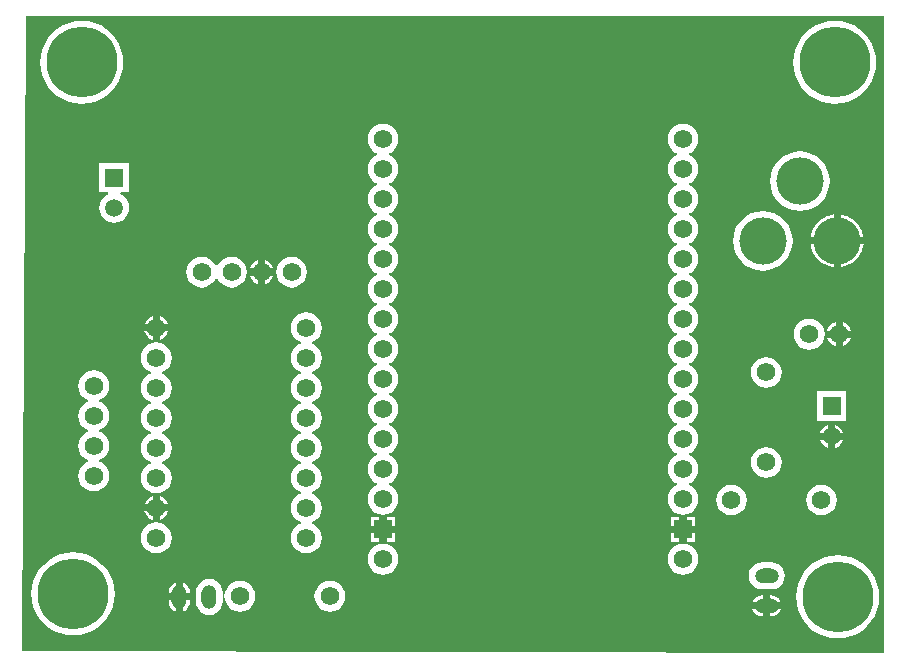
<source format=gtl>
G04 Layer_Physical_Order=1*
G04 Layer_Color=255*
%FSLAX25Y25*%
%MOIN*%
G70*
G01*
G75*
%ADD10C,0.06201*%
%ADD11C,0.06200*%
%ADD12R,0.05906X0.05906*%
%ADD13C,0.05906*%
%ADD14O,0.08000X0.05000*%
%ADD15C,0.23622*%
%ADD16C,0.15748*%
%ADD17R,0.06201X0.06201*%
%ADD18O,0.05000X0.08000*%
G36*
X288976Y461158D02*
X288976Y249187D01*
X288622Y248834D01*
X1982Y249623D01*
X1630Y249978D01*
X3199Y461024D01*
X288189Y461024D01*
X288514Y461349D01*
X288976Y461158D01*
D02*
G37*
%LPC*%
G36*
X120926Y294218D02*
X118026D01*
Y291318D01*
X120926D01*
Y294218D01*
D02*
G37*
G36*
X226226Y288918D02*
X223326D01*
Y286018D01*
X226226D01*
Y288918D01*
D02*
G37*
G36*
X220926Y294218D02*
X218026D01*
Y291318D01*
X220926D01*
Y294218D01*
D02*
G37*
G36*
X126226D02*
X123326D01*
Y291318D01*
X126226D01*
Y294218D01*
D02*
G37*
G36*
X120926Y288918D02*
X118026D01*
Y286018D01*
X120926D01*
Y288918D01*
D02*
G37*
G36*
X96535Y362388D02*
X95204Y362213D01*
X93963Y361699D01*
X92898Y360882D01*
X92080Y359816D01*
X91566Y358576D01*
X91391Y357244D01*
X91566Y355913D01*
X92080Y354672D01*
X92898Y353606D01*
X93963Y352789D01*
X94625Y352515D01*
Y351974D01*
X93963Y351699D01*
X92898Y350882D01*
X92080Y349816D01*
X91566Y348576D01*
X91391Y347244D01*
X91566Y345913D01*
X92080Y344672D01*
X92898Y343606D01*
X93963Y342789D01*
X94625Y342515D01*
Y341973D01*
X93963Y341699D01*
X92898Y340882D01*
X92080Y339816D01*
X91566Y338576D01*
X91391Y337244D01*
X91566Y335913D01*
X92080Y334672D01*
X92898Y333606D01*
X93963Y332789D01*
X94625Y332515D01*
Y331974D01*
X93963Y331699D01*
X92898Y330882D01*
X92080Y329816D01*
X91566Y328576D01*
X91391Y327244D01*
X91566Y325913D01*
X92080Y324672D01*
X92898Y323606D01*
X93963Y322789D01*
X94625Y322515D01*
Y321973D01*
X93963Y321699D01*
X92898Y320882D01*
X92080Y319816D01*
X91566Y318576D01*
X91391Y317244D01*
X91566Y315913D01*
X92080Y314672D01*
X92898Y313606D01*
X93963Y312789D01*
X94625Y312515D01*
Y311974D01*
X93963Y311699D01*
X92898Y310882D01*
X92080Y309816D01*
X91566Y308576D01*
X91391Y307244D01*
X91566Y305913D01*
X92080Y304672D01*
X92898Y303606D01*
X93963Y302789D01*
X94625Y302515D01*
Y301974D01*
X93963Y301699D01*
X92898Y300882D01*
X92080Y299816D01*
X91566Y298576D01*
X91391Y297244D01*
X91566Y295913D01*
X92080Y294672D01*
X92898Y293606D01*
X93963Y292789D01*
X94625Y292515D01*
Y291973D01*
X93963Y291699D01*
X92898Y290882D01*
X92080Y289816D01*
X91566Y288576D01*
X91391Y287244D01*
X91566Y285913D01*
X92080Y284672D01*
X92898Y283606D01*
X93963Y282789D01*
X95204Y282275D01*
X96535Y282100D01*
X97867Y282275D01*
X99108Y282789D01*
X100173Y283606D01*
X100991Y284672D01*
X101505Y285913D01*
X101680Y287244D01*
X101505Y288576D01*
X100991Y289816D01*
X100173Y290882D01*
X99108Y291699D01*
X98446Y291973D01*
Y292515D01*
X99108Y292789D01*
X100173Y293606D01*
X100991Y294672D01*
X101505Y295913D01*
X101680Y297244D01*
X101505Y298576D01*
X100991Y299816D01*
X100173Y300882D01*
X99108Y301699D01*
X98446Y301974D01*
Y302515D01*
X99108Y302789D01*
X100173Y303606D01*
X100991Y304672D01*
X101505Y305913D01*
X101680Y307244D01*
X101505Y308576D01*
X100991Y309816D01*
X100173Y310882D01*
X99108Y311699D01*
X98446Y311974D01*
Y312515D01*
X99108Y312789D01*
X100173Y313606D01*
X100991Y314672D01*
X101505Y315913D01*
X101680Y317244D01*
X101505Y318576D01*
X100991Y319816D01*
X100173Y320882D01*
X99108Y321699D01*
X98446Y321973D01*
Y322515D01*
X99108Y322789D01*
X100173Y323606D01*
X100991Y324672D01*
X101505Y325913D01*
X101680Y327244D01*
X101505Y328576D01*
X100991Y329816D01*
X100173Y330882D01*
X99108Y331699D01*
X98446Y331974D01*
Y332515D01*
X99108Y332789D01*
X100173Y333606D01*
X100991Y334672D01*
X101505Y335913D01*
X101680Y337244D01*
X101505Y338576D01*
X100991Y339816D01*
X100173Y340882D01*
X99108Y341699D01*
X98446Y341973D01*
Y342515D01*
X99108Y342789D01*
X100173Y343606D01*
X100991Y344672D01*
X101505Y345913D01*
X101680Y347244D01*
X101505Y348576D01*
X100991Y349816D01*
X100173Y350882D01*
X99108Y351699D01*
X98446Y351974D01*
Y352515D01*
X99108Y352789D01*
X100173Y353606D01*
X100991Y354672D01*
X101505Y355913D01*
X101680Y357244D01*
X101505Y358576D01*
X100991Y359816D01*
X100173Y360882D01*
X99108Y361699D01*
X97867Y362213D01*
X96535Y362388D01*
D02*
G37*
G36*
X220926Y288918D02*
X218026D01*
Y286018D01*
X220926D01*
Y288918D01*
D02*
G37*
G36*
X126226D02*
X123326D01*
Y286018D01*
X126226D01*
Y288918D01*
D02*
G37*
G36*
X122126Y425262D02*
X120794Y425087D01*
X119554Y424573D01*
X118488Y423756D01*
X117671Y422690D01*
X117157Y421450D01*
X116982Y420118D01*
X117157Y418787D01*
X117671Y417546D01*
X118488Y416480D01*
X119554Y415663D01*
X120216Y415389D01*
Y414848D01*
X119554Y414573D01*
X118488Y413756D01*
X117671Y412690D01*
X117157Y411450D01*
X116982Y410118D01*
X117157Y408787D01*
X117671Y407546D01*
X118488Y406481D01*
X119554Y405663D01*
X120216Y405389D01*
Y404847D01*
X119554Y404573D01*
X118488Y403756D01*
X117671Y402690D01*
X117157Y401450D01*
X116982Y400118D01*
X117157Y398787D01*
X117671Y397546D01*
X118488Y396480D01*
X119554Y395663D01*
X120216Y395389D01*
Y394847D01*
X119554Y394573D01*
X118488Y393756D01*
X117671Y392690D01*
X117157Y391450D01*
X116982Y390118D01*
X117157Y388787D01*
X117671Y387546D01*
X118488Y386480D01*
X119554Y385663D01*
X120216Y385389D01*
Y384847D01*
X119554Y384573D01*
X118488Y383756D01*
X117671Y382690D01*
X117157Y381450D01*
X116982Y380118D01*
X117157Y378787D01*
X117671Y377546D01*
X118488Y376481D01*
X119554Y375663D01*
X120216Y375389D01*
Y374848D01*
X119554Y374573D01*
X118488Y373756D01*
X117671Y372690D01*
X117157Y371450D01*
X116982Y370118D01*
X117157Y368787D01*
X117671Y367546D01*
X118488Y366480D01*
X119554Y365663D01*
X120216Y365389D01*
Y364847D01*
X119554Y364573D01*
X118488Y363756D01*
X117671Y362690D01*
X117157Y361450D01*
X116982Y360118D01*
X117157Y358787D01*
X117671Y357546D01*
X118488Y356481D01*
X119554Y355663D01*
X120216Y355389D01*
Y354848D01*
X119554Y354573D01*
X118488Y353756D01*
X117671Y352690D01*
X117157Y351450D01*
X116982Y350118D01*
X117157Y348787D01*
X117671Y347546D01*
X118488Y346480D01*
X119554Y345663D01*
X120216Y345389D01*
Y344847D01*
X119554Y344573D01*
X118488Y343756D01*
X117671Y342690D01*
X117157Y341450D01*
X116982Y340118D01*
X117157Y338787D01*
X117671Y337546D01*
X118488Y336480D01*
X119554Y335663D01*
X120216Y335389D01*
Y334847D01*
X119554Y334573D01*
X118488Y333756D01*
X117671Y332690D01*
X117157Y331450D01*
X116982Y330118D01*
X117157Y328787D01*
X117671Y327546D01*
X118488Y326481D01*
X119554Y325663D01*
X120216Y325389D01*
Y324848D01*
X119554Y324573D01*
X118488Y323756D01*
X117671Y322690D01*
X117157Y321450D01*
X116982Y320118D01*
X117157Y318787D01*
X117671Y317546D01*
X118488Y316480D01*
X119554Y315663D01*
X120216Y315389D01*
Y314847D01*
X119554Y314573D01*
X118488Y313756D01*
X117671Y312690D01*
X117157Y311450D01*
X116982Y310118D01*
X117157Y308787D01*
X117671Y307546D01*
X118488Y306481D01*
X119554Y305663D01*
X120216Y305389D01*
Y304848D01*
X119554Y304573D01*
X118488Y303756D01*
X117671Y302690D01*
X117157Y301450D01*
X116982Y300118D01*
X117157Y298787D01*
X117671Y297546D01*
X118488Y296480D01*
X119554Y295663D01*
X120794Y295149D01*
X122126Y294974D01*
X123457Y295149D01*
X124698Y295663D01*
X125764Y296480D01*
X126581Y297546D01*
X127095Y298787D01*
X127270Y300118D01*
X127095Y301450D01*
X126581Y302690D01*
X125764Y303756D01*
X124698Y304573D01*
X124036Y304848D01*
Y305389D01*
X124698Y305663D01*
X125764Y306481D01*
X126581Y307546D01*
X127095Y308787D01*
X127270Y310118D01*
X127095Y311450D01*
X126581Y312690D01*
X125764Y313756D01*
X124698Y314573D01*
X124036Y314847D01*
Y315389D01*
X124698Y315663D01*
X125764Y316480D01*
X126581Y317546D01*
X127095Y318787D01*
X127270Y320118D01*
X127095Y321450D01*
X126581Y322690D01*
X125764Y323756D01*
X124698Y324573D01*
X124036Y324848D01*
Y325389D01*
X124698Y325663D01*
X125764Y326481D01*
X126581Y327546D01*
X127095Y328787D01*
X127270Y330118D01*
X127095Y331450D01*
X126581Y332690D01*
X125764Y333756D01*
X124698Y334573D01*
X124036Y334847D01*
Y335389D01*
X124698Y335663D01*
X125764Y336480D01*
X126581Y337546D01*
X127095Y338787D01*
X127270Y340118D01*
X127095Y341450D01*
X126581Y342690D01*
X125764Y343756D01*
X124698Y344573D01*
X124036Y344847D01*
Y345389D01*
X124698Y345663D01*
X125764Y346480D01*
X126581Y347546D01*
X127095Y348787D01*
X127270Y350118D01*
X127095Y351450D01*
X126581Y352690D01*
X125764Y353756D01*
X124698Y354573D01*
X124036Y354848D01*
Y355389D01*
X124698Y355663D01*
X125764Y356481D01*
X126581Y357546D01*
X127095Y358787D01*
X127270Y360118D01*
X127095Y361450D01*
X126581Y362690D01*
X125764Y363756D01*
X124698Y364573D01*
X124036Y364847D01*
Y365389D01*
X124698Y365663D01*
X125764Y366480D01*
X126581Y367546D01*
X127095Y368787D01*
X127270Y370118D01*
X127095Y371450D01*
X126581Y372690D01*
X125764Y373756D01*
X124698Y374573D01*
X124036Y374848D01*
Y375389D01*
X124698Y375663D01*
X125764Y376481D01*
X126581Y377546D01*
X127095Y378787D01*
X127270Y380118D01*
X127095Y381450D01*
X126581Y382690D01*
X125764Y383756D01*
X124698Y384573D01*
X124036Y384847D01*
Y385389D01*
X124698Y385663D01*
X125764Y386480D01*
X126581Y387546D01*
X127095Y388787D01*
X127270Y390118D01*
X127095Y391450D01*
X126581Y392690D01*
X125764Y393756D01*
X124698Y394573D01*
X124036Y394847D01*
Y395389D01*
X124698Y395663D01*
X125764Y396480D01*
X126581Y397546D01*
X127095Y398787D01*
X127270Y400118D01*
X127095Y401450D01*
X126581Y402690D01*
X125764Y403756D01*
X124698Y404573D01*
X124036Y404847D01*
Y405389D01*
X124698Y405663D01*
X125764Y406481D01*
X126581Y407546D01*
X127095Y408787D01*
X127270Y410118D01*
X127095Y411450D01*
X126581Y412690D01*
X125764Y413756D01*
X124698Y414573D01*
X124036Y414848D01*
Y415389D01*
X124698Y415663D01*
X125764Y416480D01*
X126581Y417546D01*
X127095Y418787D01*
X127270Y420118D01*
X127095Y421450D01*
X126581Y422690D01*
X125764Y423756D01*
X124698Y424573D01*
X123457Y425087D01*
X122126Y425262D01*
D02*
G37*
G36*
X268268Y304983D02*
X266936Y304808D01*
X265696Y304294D01*
X264630Y303477D01*
X263813Y302411D01*
X263299Y301171D01*
X263124Y299839D01*
X263299Y298508D01*
X263813Y297267D01*
X264630Y296202D01*
X265696Y295385D01*
X266936Y294871D01*
X268268Y294695D01*
X269599Y294871D01*
X270840Y295385D01*
X271905Y296202D01*
X272723Y297267D01*
X273236Y298508D01*
X273412Y299839D01*
X273236Y301171D01*
X272723Y302411D01*
X271905Y303477D01*
X270840Y304294D01*
X269599Y304808D01*
X268268Y304983D01*
D02*
G37*
G36*
X45335Y301185D02*
X44467Y300826D01*
X43611Y300168D01*
X42954Y299312D01*
X42594Y298444D01*
X45335D01*
Y301185D01*
D02*
G37*
G36*
X222126Y425262D02*
X220795Y425087D01*
X219554Y424573D01*
X218488Y423756D01*
X217671Y422690D01*
X217157Y421450D01*
X216982Y420118D01*
X217157Y418787D01*
X217671Y417546D01*
X218488Y416480D01*
X219554Y415663D01*
X220216Y415389D01*
Y414848D01*
X219554Y414573D01*
X218488Y413756D01*
X217671Y412690D01*
X217157Y411450D01*
X216982Y410118D01*
X217157Y408787D01*
X217671Y407546D01*
X218488Y406481D01*
X219554Y405663D01*
X220216Y405389D01*
Y404847D01*
X219554Y404573D01*
X218488Y403756D01*
X217671Y402690D01*
X217157Y401450D01*
X216982Y400118D01*
X217157Y398787D01*
X217671Y397546D01*
X218488Y396480D01*
X219554Y395663D01*
X220216Y395389D01*
Y394847D01*
X219554Y394573D01*
X218488Y393756D01*
X217671Y392690D01*
X217157Y391450D01*
X216982Y390118D01*
X217157Y388787D01*
X217671Y387546D01*
X218488Y386480D01*
X219554Y385663D01*
X220216Y385389D01*
Y384847D01*
X219554Y384573D01*
X218488Y383756D01*
X217671Y382690D01*
X217157Y381450D01*
X216982Y380118D01*
X217157Y378787D01*
X217671Y377546D01*
X218488Y376481D01*
X219554Y375663D01*
X220216Y375389D01*
Y374848D01*
X219554Y374573D01*
X218488Y373756D01*
X217671Y372690D01*
X217157Y371450D01*
X216982Y370118D01*
X217157Y368787D01*
X217671Y367546D01*
X218488Y366480D01*
X219554Y365663D01*
X220216Y365389D01*
Y364847D01*
X219554Y364573D01*
X218488Y363756D01*
X217671Y362690D01*
X217157Y361450D01*
X216982Y360118D01*
X217157Y358787D01*
X217671Y357546D01*
X218488Y356481D01*
X219554Y355663D01*
X220216Y355389D01*
Y354848D01*
X219554Y354573D01*
X218488Y353756D01*
X217671Y352690D01*
X217157Y351450D01*
X216982Y350118D01*
X217157Y348787D01*
X217671Y347546D01*
X218488Y346480D01*
X219554Y345663D01*
X220216Y345389D01*
Y344847D01*
X219554Y344573D01*
X218488Y343756D01*
X217671Y342690D01*
X217157Y341450D01*
X216982Y340118D01*
X217157Y338787D01*
X217671Y337546D01*
X218488Y336480D01*
X219554Y335663D01*
X220216Y335389D01*
Y334847D01*
X219554Y334573D01*
X218488Y333756D01*
X217671Y332690D01*
X217157Y331450D01*
X216982Y330118D01*
X217157Y328787D01*
X217671Y327546D01*
X218488Y326481D01*
X219554Y325663D01*
X220216Y325389D01*
Y324848D01*
X219554Y324573D01*
X218488Y323756D01*
X217671Y322690D01*
X217157Y321450D01*
X216982Y320118D01*
X217157Y318787D01*
X217671Y317546D01*
X218488Y316480D01*
X219554Y315663D01*
X220216Y315389D01*
Y314847D01*
X219554Y314573D01*
X218488Y313756D01*
X217671Y312690D01*
X217157Y311450D01*
X216982Y310118D01*
X217157Y308787D01*
X217671Y307546D01*
X218488Y306481D01*
X219554Y305663D01*
X220216Y305389D01*
Y304848D01*
X219554Y304573D01*
X218488Y303756D01*
X217671Y302690D01*
X217157Y301450D01*
X216982Y300118D01*
X217157Y298787D01*
X217671Y297546D01*
X218488Y296480D01*
X219554Y295663D01*
X220795Y295149D01*
X222126Y294974D01*
X223458Y295149D01*
X224698Y295663D01*
X225764Y296480D01*
X226581Y297546D01*
X227095Y298787D01*
X227270Y300118D01*
X227095Y301450D01*
X226581Y302690D01*
X225764Y303756D01*
X224698Y304573D01*
X224036Y304848D01*
Y305389D01*
X224698Y305663D01*
X225764Y306481D01*
X226581Y307546D01*
X227095Y308787D01*
X227270Y310118D01*
X227095Y311450D01*
X226581Y312690D01*
X225764Y313756D01*
X224698Y314573D01*
X224036Y314847D01*
Y315389D01*
X224698Y315663D01*
X225764Y316480D01*
X226581Y317546D01*
X227095Y318787D01*
X227270Y320118D01*
X227095Y321450D01*
X226581Y322690D01*
X225764Y323756D01*
X224698Y324573D01*
X224036Y324848D01*
Y325389D01*
X224698Y325663D01*
X225764Y326481D01*
X226581Y327546D01*
X227095Y328787D01*
X227270Y330118D01*
X227095Y331450D01*
X226581Y332690D01*
X225764Y333756D01*
X224698Y334573D01*
X224036Y334847D01*
Y335389D01*
X224698Y335663D01*
X225764Y336480D01*
X226581Y337546D01*
X227095Y338787D01*
X227270Y340118D01*
X227095Y341450D01*
X226581Y342690D01*
X225764Y343756D01*
X224698Y344573D01*
X224036Y344847D01*
Y345389D01*
X224698Y345663D01*
X225764Y346480D01*
X226581Y347546D01*
X227095Y348787D01*
X227270Y350118D01*
X227095Y351450D01*
X226581Y352690D01*
X225764Y353756D01*
X224698Y354573D01*
X224036Y354848D01*
Y355389D01*
X224698Y355663D01*
X225764Y356481D01*
X226581Y357546D01*
X227095Y358787D01*
X227270Y360118D01*
X227095Y361450D01*
X226581Y362690D01*
X225764Y363756D01*
X224698Y364573D01*
X224036Y364847D01*
Y365389D01*
X224698Y365663D01*
X225764Y366480D01*
X226581Y367546D01*
X227095Y368787D01*
X227270Y370118D01*
X227095Y371450D01*
X226581Y372690D01*
X225764Y373756D01*
X224698Y374573D01*
X224036Y374848D01*
Y375389D01*
X224698Y375663D01*
X225764Y376481D01*
X226581Y377546D01*
X227095Y378787D01*
X227270Y380118D01*
X227095Y381450D01*
X226581Y382690D01*
X225764Y383756D01*
X224698Y384573D01*
X224036Y384847D01*
Y385389D01*
X224698Y385663D01*
X225764Y386480D01*
X226581Y387546D01*
X227095Y388787D01*
X227270Y390118D01*
X227095Y391450D01*
X226581Y392690D01*
X225764Y393756D01*
X224698Y394573D01*
X224036Y394847D01*
Y395389D01*
X224698Y395663D01*
X225764Y396480D01*
X226581Y397546D01*
X227095Y398787D01*
X227270Y400118D01*
X227095Y401450D01*
X226581Y402690D01*
X225764Y403756D01*
X224698Y404573D01*
X224036Y404847D01*
Y405389D01*
X224698Y405663D01*
X225764Y406481D01*
X226581Y407546D01*
X227095Y408787D01*
X227270Y410118D01*
X227095Y411450D01*
X226581Y412690D01*
X225764Y413756D01*
X224698Y414573D01*
X224036Y414848D01*
Y415389D01*
X224698Y415663D01*
X225764Y416480D01*
X226581Y417546D01*
X227095Y418787D01*
X227270Y420118D01*
X227095Y421450D01*
X226581Y422690D01*
X225764Y423756D01*
X224698Y424573D01*
X223458Y425087D01*
X222126Y425262D01*
D02*
G37*
G36*
X45335Y296044D02*
X42594D01*
X42954Y295176D01*
X43611Y294320D01*
X44467Y293662D01*
X45335Y293303D01*
Y296044D01*
D02*
G37*
G36*
X226226Y294218D02*
X223326D01*
Y291318D01*
X226226D01*
Y294218D01*
D02*
G37*
G36*
X238268Y304983D02*
X236936Y304808D01*
X235696Y304294D01*
X234630Y303477D01*
X233813Y302411D01*
X233299Y301171D01*
X233124Y299839D01*
X233299Y298508D01*
X233813Y297267D01*
X234630Y296202D01*
X235696Y295385D01*
X236936Y294871D01*
X238268Y294695D01*
X239599Y294871D01*
X240840Y295385D01*
X241905Y296202D01*
X242723Y297267D01*
X243236Y298508D01*
X243412Y299839D01*
X243236Y301171D01*
X242723Y302411D01*
X241905Y303477D01*
X240840Y304294D01*
X239599Y304808D01*
X238268Y304983D01*
D02*
G37*
G36*
X50477Y296044D02*
X47735D01*
Y293303D01*
X48603Y293662D01*
X49460Y294320D01*
X50117Y295176D01*
X50477Y296044D01*
D02*
G37*
G36*
X46535Y292389D02*
X45204Y292213D01*
X43963Y291699D01*
X42898Y290882D01*
X42080Y289816D01*
X41566Y288576D01*
X41391Y287244D01*
X41566Y285913D01*
X42080Y284672D01*
X42898Y283606D01*
X43963Y282789D01*
X45204Y282275D01*
X46535Y282100D01*
X47867Y282275D01*
X49108Y282789D01*
X50173Y283606D01*
X50991Y284672D01*
X51504Y285913D01*
X51680Y287244D01*
X51504Y288576D01*
X50991Y289816D01*
X50173Y290882D01*
X49108Y291699D01*
X47867Y292213D01*
X46535Y292389D01*
D02*
G37*
G36*
X74410Y272903D02*
X73078Y272728D01*
X71838Y272214D01*
X70772Y271396D01*
X69955Y270331D01*
X69441Y269090D01*
X69265Y267759D01*
X69441Y266428D01*
X69955Y265187D01*
X70772Y264122D01*
X71838Y263304D01*
X73078Y262790D01*
X74410Y262615D01*
X75741Y262790D01*
X76981Y263304D01*
X78047Y264122D01*
X78864Y265187D01*
X79378Y266428D01*
X79554Y267759D01*
X79378Y269090D01*
X78864Y270331D01*
X78047Y271396D01*
X76981Y272214D01*
X75741Y272728D01*
X74410Y272903D01*
D02*
G37*
G36*
X64213Y273598D02*
X63038Y273443D01*
X61943Y272990D01*
X61003Y272269D01*
X60282Y271328D01*
X59828Y270234D01*
X59674Y269059D01*
Y266059D01*
X59828Y264884D01*
X60282Y263790D01*
X61003Y262850D01*
X61943Y262128D01*
X63038Y261675D01*
X64213Y261520D01*
X65387Y261675D01*
X66482Y262128D01*
X67422Y262850D01*
X68143Y263790D01*
X68597Y264884D01*
X68751Y266059D01*
Y269059D01*
X68597Y270234D01*
X68143Y271328D01*
X67422Y272269D01*
X66482Y272990D01*
X65387Y273443D01*
X64213Y273598D01*
D02*
G37*
G36*
X53013Y266359D02*
X50682D01*
Y266059D01*
X50803Y265145D01*
X51155Y264294D01*
X51716Y263563D01*
X52447Y263002D01*
X53013Y262768D01*
Y266359D01*
D02*
G37*
G36*
X104409Y272903D02*
X103078Y272728D01*
X101838Y272214D01*
X100772Y271396D01*
X99955Y270331D01*
X99441Y269090D01*
X99265Y267759D01*
X99441Y266428D01*
X99955Y265187D01*
X100772Y264122D01*
X101838Y263304D01*
X103078Y262790D01*
X104409Y262615D01*
X105741Y262790D01*
X106981Y263304D01*
X108047Y264122D01*
X108864Y265187D01*
X109378Y266428D01*
X109554Y267759D01*
X109378Y269090D01*
X108864Y270331D01*
X108047Y271396D01*
X106981Y272214D01*
X105741Y272728D01*
X104409Y272903D01*
D02*
G37*
G36*
X18779Y282397D02*
X16612Y282226D01*
X14499Y281719D01*
X12490Y280887D01*
X10637Y279751D01*
X8984Y278339D01*
X7572Y276686D01*
X6436Y274833D01*
X5604Y272824D01*
X5096Y270710D01*
X4926Y268543D01*
X5096Y266376D01*
X5604Y264262D01*
X6436Y262254D01*
X7572Y260400D01*
X8984Y258747D01*
X10637Y257335D01*
X12490Y256200D01*
X14499Y255368D01*
X16612Y254860D01*
X18779Y254690D01*
X20947Y254860D01*
X23061Y255368D01*
X25069Y256200D01*
X26923Y257335D01*
X28576Y258747D01*
X29987Y260400D01*
X31123Y262254D01*
X31955Y264262D01*
X32463Y266376D01*
X32633Y268543D01*
X32463Y270710D01*
X31955Y272824D01*
X31123Y274833D01*
X29987Y276686D01*
X28576Y278339D01*
X26923Y279751D01*
X25069Y280887D01*
X23061Y281719D01*
X20947Y282226D01*
X18779Y282397D01*
D02*
G37*
G36*
X273701Y281413D02*
X271534Y281242D01*
X269420Y280735D01*
X267411Y279903D01*
X265558Y278767D01*
X263905Y277355D01*
X262493Y275702D01*
X261357Y273849D01*
X260525Y271840D01*
X260018Y269726D01*
X259847Y267559D01*
X260018Y265392D01*
X260525Y263278D01*
X261357Y261270D01*
X262493Y259416D01*
X263905Y257763D01*
X265558Y256351D01*
X267411Y255215D01*
X269420Y254383D01*
X271534Y253876D01*
X273701Y253705D01*
X275868Y253876D01*
X277982Y254383D01*
X279990Y255215D01*
X281844Y256351D01*
X283497Y257763D01*
X284909Y259416D01*
X286045Y261270D01*
X286877Y263278D01*
X287384Y265392D01*
X287555Y267559D01*
X287384Y269726D01*
X286877Y271840D01*
X286045Y273849D01*
X284909Y275702D01*
X283497Y277355D01*
X281844Y278767D01*
X279990Y279903D01*
X277982Y280735D01*
X275868Y281242D01*
X273701Y281413D01*
D02*
G37*
G36*
X254791Y263367D02*
X251200D01*
Y261037D01*
X251500D01*
X252414Y261157D01*
X253265Y261510D01*
X253996Y262071D01*
X254557Y262802D01*
X254791Y263367D01*
D02*
G37*
G36*
X248800D02*
X245209D01*
X245443Y262802D01*
X246004Y262071D01*
X246735Y261510D01*
X247586Y261157D01*
X248500Y261037D01*
X248800D01*
Y263367D01*
D02*
G37*
G36*
X251500Y279106D02*
X248500D01*
X247325Y278951D01*
X246231Y278498D01*
X245291Y277776D01*
X244569Y276836D01*
X244116Y275742D01*
X243961Y274567D01*
X244116Y273392D01*
X244569Y272298D01*
X245291Y271357D01*
X246231Y270636D01*
X247325Y270183D01*
X248500Y270028D01*
X251500D01*
X252675Y270183D01*
X253769Y270636D01*
X254709Y271357D01*
X255431Y272298D01*
X255884Y273392D01*
X256039Y274567D01*
X255884Y275742D01*
X255431Y276836D01*
X254709Y277776D01*
X253769Y278498D01*
X252675Y278951D01*
X251500Y279106D01*
D02*
G37*
G36*
X55413Y272350D02*
Y268759D01*
X57743D01*
Y269059D01*
X57622Y269973D01*
X57270Y270824D01*
X56709Y271555D01*
X55978Y272116D01*
X55413Y272350D01*
D02*
G37*
G36*
X222126Y285262D02*
X220795Y285087D01*
X219554Y284573D01*
X218488Y283756D01*
X217671Y282690D01*
X217157Y281450D01*
X216982Y280118D01*
X217157Y278787D01*
X217671Y277546D01*
X218488Y276481D01*
X219554Y275663D01*
X220795Y275149D01*
X222126Y274974D01*
X223458Y275149D01*
X224698Y275663D01*
X225764Y276481D01*
X226581Y277546D01*
X227095Y278787D01*
X227270Y280118D01*
X227095Y281450D01*
X226581Y282690D01*
X225764Y283756D01*
X224698Y284573D01*
X223458Y285087D01*
X222126Y285262D01*
D02*
G37*
G36*
X122126D02*
X120794Y285087D01*
X119554Y284573D01*
X118488Y283756D01*
X117671Y282690D01*
X117157Y281450D01*
X116982Y280118D01*
X117157Y278787D01*
X117671Y277546D01*
X118488Y276481D01*
X119554Y275663D01*
X120794Y275149D01*
X122126Y274974D01*
X123457Y275149D01*
X124698Y275663D01*
X125764Y276481D01*
X126581Y277546D01*
X127095Y278787D01*
X127270Y280118D01*
X127095Y281450D01*
X126581Y282690D01*
X125764Y283756D01*
X124698Y284573D01*
X123457Y285087D01*
X122126Y285262D01*
D02*
G37*
G36*
X248800Y268097D02*
X248500D01*
X247586Y267977D01*
X246735Y267624D01*
X246004Y267063D01*
X245443Y266332D01*
X245209Y265767D01*
X248800D01*
Y268097D01*
D02*
G37*
G36*
X57743Y266359D02*
X55413D01*
Y262768D01*
X55978Y263002D01*
X56709Y263563D01*
X57270Y264294D01*
X57622Y265145D01*
X57743Y266059D01*
Y266359D01*
D02*
G37*
G36*
X53013Y272350D02*
X52447Y272116D01*
X51716Y271555D01*
X51155Y270824D01*
X50803Y269973D01*
X50682Y269059D01*
Y268759D01*
X53013D01*
Y272350D01*
D02*
G37*
G36*
X251500Y268097D02*
X251200D01*
Y265767D01*
X254791D01*
X254557Y266332D01*
X253996Y267063D01*
X253265Y267624D01*
X252414Y267977D01*
X251500Y268097D01*
D02*
G37*
G36*
X248701Y396182D02*
X246765Y395991D01*
X244904Y395426D01*
X243189Y394510D01*
X241685Y393276D01*
X240451Y391772D01*
X239534Y390057D01*
X238970Y388195D01*
X238779Y386260D01*
X238970Y384324D01*
X239534Y382463D01*
X240451Y380748D01*
X241685Y379244D01*
X243189Y378010D01*
X244904Y377093D01*
X246765Y376529D01*
X248701Y376338D01*
X250636Y376529D01*
X252498Y377093D01*
X254213Y378010D01*
X255716Y379244D01*
X256950Y380748D01*
X257867Y382463D01*
X258432Y384324D01*
X258623Y386260D01*
X258432Y388195D01*
X257867Y390057D01*
X256950Y391772D01*
X255716Y393276D01*
X254213Y394510D01*
X252498Y395426D01*
X250636Y395991D01*
X248701Y396182D01*
D02*
G37*
G36*
X85555Y374627D02*
X82814D01*
Y371886D01*
X83682Y372245D01*
X84539Y372902D01*
X85196Y373759D01*
X85555Y374627D01*
D02*
G37*
G36*
X82814Y379768D02*
Y377027D01*
X85555D01*
X85196Y377895D01*
X84539Y378751D01*
X83682Y379408D01*
X82814Y379768D01*
D02*
G37*
G36*
X80414D02*
X79546Y379408D01*
X78690Y378751D01*
X78032Y377895D01*
X77673Y377027D01*
X80414D01*
Y379768D01*
D02*
G37*
G36*
X47735Y361185D02*
Y358444D01*
X50477D01*
X50117Y359312D01*
X49460Y360169D01*
X48603Y360826D01*
X47735Y361185D01*
D02*
G37*
G36*
X45335D02*
X44467Y360826D01*
X43611Y360169D01*
X42954Y359312D01*
X42594Y358444D01*
X45335D01*
Y361185D01*
D02*
G37*
G36*
X80414Y374627D02*
X77673D01*
X78032Y373759D01*
X78690Y372902D01*
X79546Y372245D01*
X80414Y371886D01*
Y374627D01*
D02*
G37*
G36*
X91614Y380971D02*
X90283Y380796D01*
X89042Y380282D01*
X87976Y379464D01*
X87159Y378399D01*
X86645Y377158D01*
X86470Y375827D01*
X86645Y374495D01*
X87159Y373255D01*
X87976Y372189D01*
X89042Y371372D01*
X90283Y370858D01*
X91614Y370682D01*
X92946Y370858D01*
X94186Y371372D01*
X95252Y372189D01*
X96069Y373255D01*
X96583Y374495D01*
X96759Y375827D01*
X96583Y377158D01*
X96069Y378399D01*
X95252Y379464D01*
X94186Y380282D01*
X92946Y380796D01*
X91614Y380971D01*
D02*
G37*
G36*
X272304Y385060D02*
X264705D01*
X264758Y384520D01*
X265266Y382847D01*
X266090Y381306D01*
X267199Y379955D01*
X268550Y378846D01*
X270092Y378022D01*
X271764Y377514D01*
X272304Y377461D01*
Y385060D01*
D02*
G37*
G36*
X261102Y416024D02*
X259167Y415834D01*
X257306Y415269D01*
X255590Y414352D01*
X254087Y413118D01*
X252853Y411615D01*
X251936Y409899D01*
X251371Y408038D01*
X251181Y406102D01*
X251371Y404167D01*
X251936Y402306D01*
X252853Y400590D01*
X254087Y399087D01*
X255590Y397853D01*
X257306Y396936D01*
X259167Y396371D01*
X261102Y396181D01*
X263038Y396371D01*
X264899Y396936D01*
X266615Y397853D01*
X268118Y399087D01*
X269352Y400590D01*
X270269Y402306D01*
X270833Y404167D01*
X271024Y406102D01*
X270833Y408038D01*
X270269Y409899D01*
X269352Y411615D01*
X268118Y413118D01*
X266615Y414352D01*
X264899Y415269D01*
X263038Y415834D01*
X261102Y416024D01*
D02*
G37*
G36*
X37512Y412276D02*
X27606D01*
Y402370D01*
X30496D01*
X30595Y401870D01*
X30061Y401649D01*
X29027Y400855D01*
X28233Y399821D01*
X27734Y398616D01*
X27564Y397323D01*
X27734Y396030D01*
X28233Y394825D01*
X29027Y393791D01*
X30061Y392997D01*
X31266Y392498D01*
X32559Y392327D01*
X33852Y392498D01*
X35057Y392997D01*
X36091Y393791D01*
X36885Y394825D01*
X37384Y396030D01*
X37555Y397323D01*
X37384Y398616D01*
X36885Y399821D01*
X36091Y400855D01*
X35057Y401649D01*
X34523Y401870D01*
X34623Y402370D01*
X37512D01*
Y412276D01*
D02*
G37*
G36*
X272716Y459562D02*
X270549Y459392D01*
X268436Y458884D01*
X266427Y458052D01*
X264574Y456917D01*
X262920Y455505D01*
X261509Y453852D01*
X260373Y451998D01*
X259541Y449990D01*
X259033Y447876D01*
X258863Y445709D01*
X259033Y443541D01*
X259541Y441428D01*
X260373Y439419D01*
X261509Y437566D01*
X262920Y435913D01*
X264574Y434501D01*
X266427Y433365D01*
X268436Y432533D01*
X270549Y432025D01*
X272716Y431855D01*
X274884Y432025D01*
X276998Y432533D01*
X279006Y433365D01*
X280860Y434501D01*
X282513Y435913D01*
X283924Y437566D01*
X285060Y439419D01*
X285892Y441428D01*
X286400Y443541D01*
X286570Y445709D01*
X286400Y447876D01*
X285892Y449990D01*
X285060Y451998D01*
X283924Y453852D01*
X282513Y455505D01*
X280860Y456917D01*
X279006Y458052D01*
X276998Y458884D01*
X274884Y459392D01*
X272716Y459562D01*
D02*
G37*
G36*
X21732Y459562D02*
X19565Y459392D01*
X17451Y458884D01*
X15443Y458052D01*
X13589Y456917D01*
X11936Y455505D01*
X10524Y453852D01*
X9388Y451998D01*
X8557Y449990D01*
X8049Y447876D01*
X7879Y445709D01*
X8049Y443541D01*
X8557Y441428D01*
X9388Y439419D01*
X10524Y437566D01*
X11936Y435913D01*
X13589Y434501D01*
X15443Y433365D01*
X17451Y432533D01*
X19565Y432025D01*
X21732Y431855D01*
X23900Y432025D01*
X26013Y432533D01*
X28022Y433365D01*
X29875Y434501D01*
X31528Y435913D01*
X32940Y437566D01*
X34076Y439419D01*
X34908Y441428D01*
X35415Y443541D01*
X35586Y445709D01*
X35415Y447876D01*
X34908Y449990D01*
X34076Y451998D01*
X32940Y453852D01*
X31528Y455505D01*
X29875Y456917D01*
X28022Y458052D01*
X26013Y458884D01*
X23900Y459392D01*
X21732Y459562D01*
D02*
G37*
G36*
X71614Y380971D02*
X70283Y380796D01*
X69042Y380282D01*
X67976Y379464D01*
X67159Y378399D01*
X66885Y377737D01*
X66344D01*
X66069Y378399D01*
X65252Y379464D01*
X64186Y380282D01*
X62946Y380796D01*
X61614Y380971D01*
X60283Y380796D01*
X59042Y380282D01*
X57977Y379464D01*
X57159Y378399D01*
X56645Y377158D01*
X56470Y375827D01*
X56645Y374495D01*
X57159Y373255D01*
X57977Y372189D01*
X59042Y371372D01*
X60283Y370858D01*
X61614Y370682D01*
X62946Y370858D01*
X64186Y371372D01*
X65252Y372189D01*
X66069Y373255D01*
X66344Y373917D01*
X66885D01*
X67159Y373255D01*
X67976Y372189D01*
X69042Y371372D01*
X70283Y370858D01*
X71614Y370682D01*
X72946Y370858D01*
X74186Y371372D01*
X75252Y372189D01*
X76069Y373255D01*
X76583Y374495D01*
X76759Y375827D01*
X76583Y377158D01*
X76069Y378399D01*
X75252Y379464D01*
X74186Y380282D01*
X72946Y380796D01*
X71614Y380971D01*
D02*
G37*
G36*
X282303Y385060D02*
X274704D01*
Y377461D01*
X275243Y377514D01*
X276916Y378022D01*
X278458Y378846D01*
X279809Y379955D01*
X280918Y381306D01*
X281742Y382847D01*
X282249Y384520D01*
X282303Y385060D01*
D02*
G37*
G36*
X274704Y395059D02*
Y387460D01*
X282303D01*
X282249Y387999D01*
X281742Y389672D01*
X280918Y391214D01*
X279809Y392565D01*
X278458Y393674D01*
X276916Y394498D01*
X275243Y395005D01*
X274704Y395059D01*
D02*
G37*
G36*
X272304D02*
X271764Y395005D01*
X270092Y394498D01*
X268550Y393674D01*
X267199Y392565D01*
X266090Y391214D01*
X265266Y389672D01*
X264758Y387999D01*
X264705Y387460D01*
X272304D01*
Y395059D01*
D02*
G37*
G36*
X275435Y319902D02*
X272853D01*
Y317321D01*
X273647Y317650D01*
X274473Y318283D01*
X275106Y319109D01*
X275435Y319902D01*
D02*
G37*
G36*
X270454D02*
X267872D01*
X268201Y319109D01*
X268834Y318283D01*
X269660Y317650D01*
X270454Y317321D01*
Y319902D01*
D02*
G37*
G36*
X272853Y324884D02*
Y322302D01*
X275435D01*
X275106Y323096D01*
X274473Y323921D01*
X273647Y324555D01*
X272853Y324884D01*
D02*
G37*
G36*
X270454D02*
X269660Y324555D01*
X268834Y323921D01*
X268201Y323096D01*
X267872Y322302D01*
X270454D01*
Y324884D01*
D02*
G37*
G36*
X46535Y352389D02*
X45204Y352213D01*
X43963Y351699D01*
X42898Y350882D01*
X42080Y349816D01*
X41566Y348576D01*
X41391Y347244D01*
X41566Y345913D01*
X42080Y344672D01*
X42898Y343606D01*
X43963Y342789D01*
X44625Y342515D01*
Y341973D01*
X43963Y341699D01*
X42898Y340882D01*
X42080Y339816D01*
X41566Y338576D01*
X41391Y337244D01*
X41566Y335913D01*
X42080Y334672D01*
X42898Y333606D01*
X43963Y332789D01*
X44625Y332515D01*
Y331974D01*
X43963Y331699D01*
X42898Y330882D01*
X42080Y329816D01*
X41566Y328576D01*
X41391Y327244D01*
X41566Y325913D01*
X42080Y324672D01*
X42898Y323606D01*
X43963Y322789D01*
X44625Y322515D01*
Y321973D01*
X43963Y321699D01*
X42898Y320882D01*
X42080Y319816D01*
X41566Y318576D01*
X41391Y317244D01*
X41566Y315913D01*
X42080Y314672D01*
X42898Y313606D01*
X43963Y312789D01*
X44625Y312515D01*
Y311974D01*
X43963Y311699D01*
X42898Y310882D01*
X42080Y309816D01*
X41566Y308576D01*
X41391Y307244D01*
X41566Y305913D01*
X42080Y304672D01*
X42898Y303606D01*
X43963Y302789D01*
X45204Y302275D01*
X46535Y302100D01*
X47867Y302275D01*
X49108Y302789D01*
X50173Y303606D01*
X50991Y304672D01*
X51504Y305913D01*
X51680Y307244D01*
X51504Y308576D01*
X50991Y309816D01*
X50173Y310882D01*
X49108Y311699D01*
X48446Y311974D01*
Y312515D01*
X49108Y312789D01*
X50173Y313606D01*
X50991Y314672D01*
X51504Y315913D01*
X51680Y317244D01*
X51504Y318576D01*
X50991Y319816D01*
X50173Y320882D01*
X49108Y321699D01*
X48446Y321973D01*
Y322515D01*
X49108Y322789D01*
X50173Y323606D01*
X50991Y324672D01*
X51504Y325913D01*
X51680Y327244D01*
X51504Y328576D01*
X50991Y329816D01*
X50173Y330882D01*
X49108Y331699D01*
X48446Y331974D01*
Y332515D01*
X49108Y332789D01*
X50173Y333606D01*
X50991Y334672D01*
X51504Y335913D01*
X51680Y337244D01*
X51504Y338576D01*
X50991Y339816D01*
X50173Y340882D01*
X49108Y341699D01*
X48446Y341973D01*
Y342515D01*
X49108Y342789D01*
X50173Y343606D01*
X50991Y344672D01*
X51504Y345913D01*
X51680Y347244D01*
X51504Y348576D01*
X50991Y349816D01*
X50173Y350882D01*
X49108Y351699D01*
X47867Y352213D01*
X46535Y352389D01*
D02*
G37*
G36*
X47735Y301185D02*
Y298444D01*
X50477D01*
X50117Y299312D01*
X49460Y300168D01*
X48603Y300826D01*
X47735Y301185D01*
D02*
G37*
G36*
X249879Y317506D02*
X248547Y317331D01*
X247307Y316817D01*
X246241Y316000D01*
X245424Y314934D01*
X244910Y313694D01*
X244735Y312362D01*
X244910Y311031D01*
X245424Y309790D01*
X246241Y308725D01*
X247307Y307907D01*
X248547Y307394D01*
X249879Y307218D01*
X251210Y307394D01*
X252451Y307907D01*
X253516Y308725D01*
X254334Y309790D01*
X254848Y311031D01*
X255023Y312362D01*
X254848Y313694D01*
X254334Y314934D01*
X253516Y316000D01*
X252451Y316817D01*
X251210Y317331D01*
X249879Y317506D01*
D02*
G37*
G36*
X25669Y343058D02*
X24338Y342882D01*
X23097Y342369D01*
X22032Y341551D01*
X21214Y340486D01*
X20700Y339245D01*
X20525Y337913D01*
X20700Y336582D01*
X21214Y335341D01*
X22032Y334276D01*
X23097Y333458D01*
X23759Y333184D01*
Y332643D01*
X23097Y332369D01*
X22032Y331551D01*
X21214Y330486D01*
X20700Y329245D01*
X20525Y327913D01*
X20700Y326582D01*
X21214Y325341D01*
X22032Y324276D01*
X23097Y323458D01*
X23759Y323184D01*
Y322643D01*
X23097Y322369D01*
X22032Y321551D01*
X21214Y320486D01*
X20700Y319245D01*
X20525Y317913D01*
X20700Y316582D01*
X21214Y315341D01*
X22032Y314276D01*
X23097Y313458D01*
X23759Y313184D01*
Y312643D01*
X23097Y312369D01*
X22032Y311551D01*
X21214Y310486D01*
X20700Y309245D01*
X20525Y307913D01*
X20700Y306582D01*
X21214Y305341D01*
X22032Y304276D01*
X23097Y303458D01*
X24338Y302944D01*
X25669Y302769D01*
X27001Y302944D01*
X28242Y303458D01*
X29307Y304276D01*
X30125Y305341D01*
X30638Y306582D01*
X30814Y307913D01*
X30638Y309245D01*
X30125Y310486D01*
X29307Y311551D01*
X28242Y312369D01*
X27580Y312643D01*
Y313184D01*
X28242Y313458D01*
X29307Y314276D01*
X30125Y315341D01*
X30638Y316582D01*
X30814Y317913D01*
X30638Y319245D01*
X30125Y320486D01*
X29307Y321551D01*
X28242Y322369D01*
X27580Y322643D01*
Y323184D01*
X28242Y323458D01*
X29307Y324276D01*
X30125Y325341D01*
X30638Y326582D01*
X30814Y327913D01*
X30638Y329245D01*
X30125Y330486D01*
X29307Y331551D01*
X28242Y332369D01*
X27580Y332643D01*
Y333184D01*
X28242Y333458D01*
X29307Y334276D01*
X30125Y335341D01*
X30638Y336582D01*
X30814Y337913D01*
X30638Y339245D01*
X30125Y340486D01*
X29307Y341551D01*
X28242Y342369D01*
X27001Y342882D01*
X25669Y343058D01*
D02*
G37*
G36*
X276606Y336055D02*
X266701D01*
Y326150D01*
X276606D01*
Y336055D01*
D02*
G37*
G36*
X50477Y356044D02*
X47735D01*
Y353303D01*
X48603Y353662D01*
X49460Y354320D01*
X50117Y355176D01*
X50477Y356044D01*
D02*
G37*
G36*
X45335D02*
X42594D01*
X42954Y355176D01*
X43611Y354320D01*
X44467Y353662D01*
X45335Y353303D01*
Y356044D01*
D02*
G37*
G36*
X275373Y359059D02*
Y356318D01*
X278114D01*
X277755Y357186D01*
X277097Y358042D01*
X276241Y358699D01*
X275373Y359059D01*
D02*
G37*
G36*
X272973D02*
X272106Y358699D01*
X271249Y358042D01*
X270592Y357186D01*
X270233Y356318D01*
X272973D01*
Y359059D01*
D02*
G37*
G36*
X264173Y360262D02*
X262842Y360087D01*
X261601Y359573D01*
X260536Y358755D01*
X259718Y357690D01*
X259205Y356450D01*
X259029Y355118D01*
X259205Y353787D01*
X259718Y352546D01*
X260536Y351481D01*
X261601Y350663D01*
X262842Y350149D01*
X264173Y349974D01*
X265505Y350149D01*
X266745Y350663D01*
X267811Y351481D01*
X268628Y352546D01*
X269142Y353787D01*
X269317Y355118D01*
X269142Y356450D01*
X268628Y357690D01*
X267811Y358755D01*
X266745Y359573D01*
X265505Y360087D01*
X264173Y360262D01*
D02*
G37*
G36*
X249879Y347506D02*
X248547Y347331D01*
X247307Y346817D01*
X246241Y346000D01*
X245424Y344934D01*
X244910Y343694D01*
X244735Y342362D01*
X244910Y341031D01*
X245424Y339790D01*
X246241Y338725D01*
X247307Y337907D01*
X248547Y337393D01*
X249879Y337218D01*
X251210Y337393D01*
X252451Y337907D01*
X253516Y338725D01*
X254334Y339790D01*
X254848Y341031D01*
X255023Y342362D01*
X254848Y343694D01*
X254334Y344934D01*
X253516Y346000D01*
X252451Y346817D01*
X251210Y347331D01*
X249879Y347506D01*
D02*
G37*
G36*
X278114Y353918D02*
X275373D01*
Y351177D01*
X276241Y351537D01*
X277097Y352194D01*
X277755Y353050D01*
X278114Y353918D01*
D02*
G37*
G36*
X272973D02*
X270233D01*
X270592Y353050D01*
X271249Y352194D01*
X272106Y351537D01*
X272973Y351177D01*
Y353918D01*
D02*
G37*
%LPD*%
D10*
X25669Y307913D02*
D03*
Y317913D02*
D03*
Y327913D02*
D03*
Y337913D02*
D03*
X46535Y287244D02*
D03*
Y297244D02*
D03*
Y307244D02*
D03*
Y317244D02*
D03*
Y327244D02*
D03*
Y337244D02*
D03*
Y347244D02*
D03*
Y357244D02*
D03*
X96535D02*
D03*
Y347244D02*
D03*
Y337244D02*
D03*
Y327244D02*
D03*
Y317244D02*
D03*
Y307244D02*
D03*
Y297244D02*
D03*
Y287244D02*
D03*
X61614Y375827D02*
D03*
X71614D02*
D03*
X81614D02*
D03*
X91614D02*
D03*
X122126Y420118D02*
D03*
Y410118D02*
D03*
Y400118D02*
D03*
Y390118D02*
D03*
Y380118D02*
D03*
Y370118D02*
D03*
Y360118D02*
D03*
Y350118D02*
D03*
Y340118D02*
D03*
Y330118D02*
D03*
Y320118D02*
D03*
Y310118D02*
D03*
Y300118D02*
D03*
Y280118D02*
D03*
X222126D02*
D03*
Y300118D02*
D03*
Y310118D02*
D03*
Y320118D02*
D03*
Y330118D02*
D03*
Y340118D02*
D03*
Y350118D02*
D03*
Y360118D02*
D03*
Y370118D02*
D03*
Y380118D02*
D03*
Y390118D02*
D03*
Y400118D02*
D03*
Y410118D02*
D03*
Y420118D02*
D03*
D11*
X74410Y267759D02*
D03*
X104409D02*
D03*
X249879Y312362D02*
D03*
Y342362D02*
D03*
X264173Y355118D02*
D03*
X274173D02*
D03*
X268268Y299839D02*
D03*
X238268D02*
D03*
D12*
X32559Y407323D02*
D03*
X271654Y331102D02*
D03*
D13*
X32559Y397323D02*
D03*
X271654Y321102D02*
D03*
D14*
X250000Y264567D02*
D03*
Y274567D02*
D03*
D15*
X272716Y445709D02*
D03*
X273701Y267559D02*
D03*
X18779Y268543D02*
D03*
X21732Y445709D02*
D03*
D16*
X273504Y386260D02*
D03*
X248701D02*
D03*
X261102Y406102D02*
D03*
D17*
X222126Y290118D02*
D03*
X122126D02*
D03*
D18*
X54213Y267559D02*
D03*
X64213D02*
D03*
M02*

</source>
